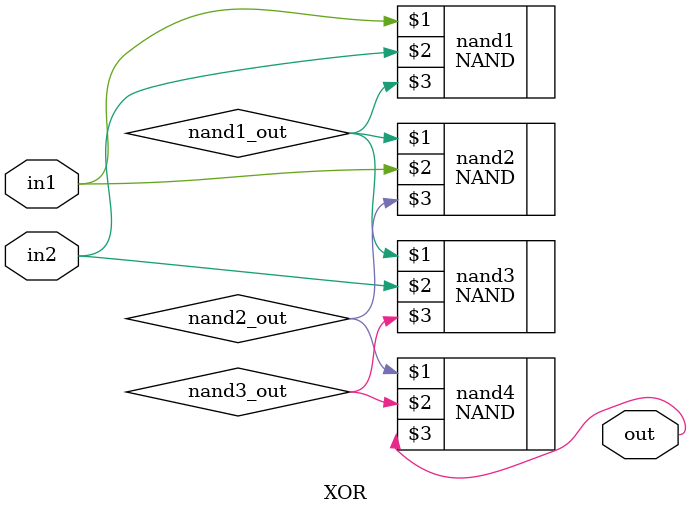
<source format=v>
module XOR(
    input in1, in2,
    output out
);

    wire nand1_out, nand2_out, nand3_out;

    NAND nand1(in1, in2, nand1_out);
    NAND nand2(nand1_out, in1, nand2_out);
    NAND nand3(nand1_out, in2, nand3_out);
    NAND nand4(nand2_out, nand3_out, out);
endmodule

</source>
